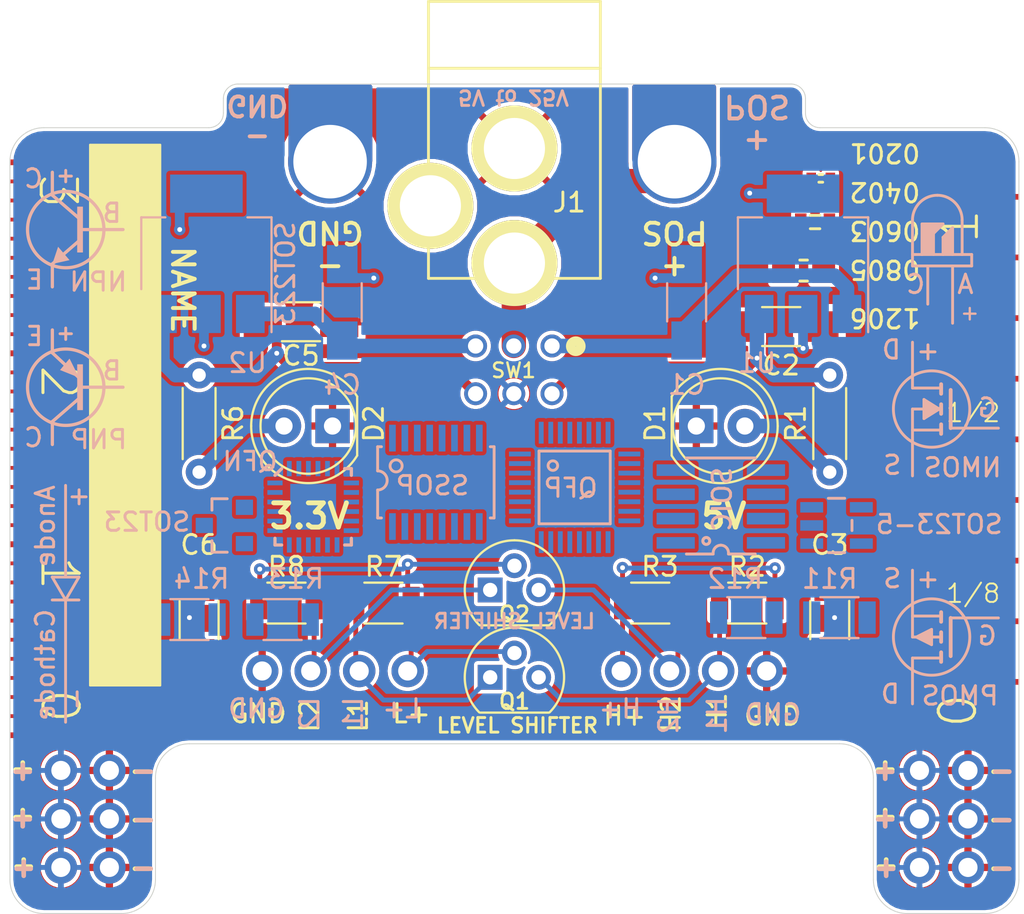
<source format=kicad_pcb>
(kicad_pcb (version 20171130) (host pcbnew "(5.1.0)-1")
  (layers (0 F.Cu signal) (31 B.Cu signal) (34 B.Paste user hide) (35 F.Paste user hide) (36 B.SilkS user) (37 F.SilkS user) (38 B.Mask user hide) (39 F.Mask user) (44 Edge.Cuts user))
  (net 0 "")
  (net 1 GND)
  (net 2 VCC)
  (net 3 "Net-(D1-Pad2)")
  (net 4 "Net-(D2-Pad2)")
  (net 5 HIGH)
  (net 6 HIGH_1)
  (net 7 HIGH_2)
  (net 8 LOW)
  (net 9 LOW_1)
  (net 10 LOW_2)
  (net 11 "Net-(C1-Pad1)")
  (net 12 "Net-(C4-Pad1)")
  (net 13 "Net-(R11-Pad1)")
  (net 14 "Net-(R11-Pad2)")
  (net 15 "Net-(R12-Pad1)")
  (net 16 "Net-(R12-Pad2)")
  (net 17 "Net-(R13-Pad1)")
  (net 18 "Net-(R13-Pad2)")
  (net 19 "Net-(R14-Pad1)")
  (net 20 "Net-(R14-Pad2)")
  (net 21 "Net-(C2-Pad1)")
  (net 22 "Net-(C5-Pad1)")
  (net 23 /VOUT)
  (module custom-footprints:EG2209 (layer F.Cu) (at 175.958 72.136 270)
    (fp_text reference SW1 (at 1.28016 2.01372) (layer F.SilkS) (effects (font (size 0.762 0.762) (thickness 0.127))))
    (fp_text value EG2209A hide)
    (pad 4 thru_hole circle (at 2.5 0 270) (size 1.2 1.2) (drill 0.8) (layers *.Cu *.Mask) (net 21 "Net-(C2-Pad1)"))
    (pad 5 thru_hole circle (at 2.5 2 270) (size 1.2 1.2) (drill 0.8) (layers *.Cu *.Mask) (net 23 /VOUT))
    (pad 6 thru_hole circle (at 2.5 4 270) (size 1.2 1.2) (drill 0.8) (layers *.Cu *.Mask) (net 22 "Net-(C5-Pad1)"))
    (pad 3 thru_hole circle (at 0 4 270) (size 1.2 1.2) (drill 0.8) (layers *.Cu *.Mask) (net 12 "Net-(C4-Pad1)"))
    (pad 2 thru_hole circle (at 0 2 270) (size 1.2 1.2) (drill 0.8) (layers *.Cu *.Mask) (net 2 VCC))
    (pad 1 thru_hole circle (at 0 0 270) (size 1.2 1.2) (drill 0.8) (layers *.Cu *.Mask) (net 11 "Net-(C1-Pad1)"))
  )
  (module custom-footprints:BARREL_JACK (layer F.Cu) (at 173.99 61.595 270)
    (fp_text reference J1 (at 3.0226 -2.8702) (layer F.SilkS))
    (fp_text value Barrel_Jack)
    (pad 1 thru_hole circle (at 6.2 0 270) (size 4.5 4.5) (drill 3.2) (layers *.Cu *.Mask F.SilkS) (net 2 VCC))
    (pad 2 thru_hole circle (at 0.2 0 270) (size 4.5 4.5) (drill 3.2) (layers *.Cu *.Mask F.SilkS) (net 1 GND))
    (pad 3 thru_hole circle (at 3.2 4.4 270) (size 4.5 4.5) (drill 3.2) (layers *.Cu *.Mask F.SilkS))
  )
  (module LEDs:LED_D5.0mm (layer F.Cu) (at 164.465 76.327 180)
    (fp_text reference D2 (at -2.159 0.127 270) (layer F.SilkS))
    (fp_text value LED)
    (pad 1 thru_hole rect (at 0 0 180) (size 1.8 1.8) (drill 0.9) (layers *.Cu *.Mask) (net 1 GND))
    (pad 2 thru_hole circle (at 2.54 0 180) (size 1.8 1.8) (drill 0.9) (layers *.Cu *.Mask) (net 4 "Net-(D2-Pad2)"))
  )
  (module Resistors_THT:R_Axial_DIN0204_L3.6mm_D1.6mm_P5.08mm_Horizontal (layer F.Cu) (at 190.5 78.74 90)
    (fp_text reference R1 (at 2.54 -1.778 90) (layer F.SilkS))
    (fp_text value 330)
    (pad 1 thru_hole circle (at 0 0 90) (size 1.4 1.4) (drill 0.7) (layers *.Cu *.Mask) (net 3 "Net-(D1-Pad2)"))
    (pad 2 thru_hole oval (at 5.08 0 90) (size 1.4 1.4) (drill 0.7) (layers *.Cu *.Mask) (net 21 "Net-(C2-Pad1)"))
  )
  (module Resistors_SMD:R_1206 (layer B.Cu) (at 156.972 86.4616 180)
    (fp_text reference R14 (at -0.635 2.1336 180) (layer B.SilkS) (effects (justify mirror)))
    (fp_text value 10k)
    (pad 1 smd rect (at -1.45 0 180) (size 0.9 1.7) (layers B.Cu B.Paste B.Mask) (net 19 "Net-(R14-Pad1)"))
    (pad 2 smd rect (at 1.45 0 180) (size 0.9 1.7) (layers B.Cu B.Paste B.Mask) (net 20 "Net-(R14-Pad2)"))
  )
  (module TSSOP16 (layer B.Cu) (at 169.82694 79.17594)
    (fp_text reference E$56 hide)
    (fp_text value "" hide)
    (pad 16 smd rect (at -2.225 2.415) (size 0.35 1.4) (layers B.Cu B.Paste B.Mask))
    (pad 15 smd rect (at -1.575 2.415) (size 0.35 1.4) (layers B.Cu B.Paste B.Mask))
    (pad 14 smd rect (at -0.925 2.415) (size 0.35 1.4) (layers B.Cu B.Paste B.Mask))
    (pad 13 smd rect (at -0.275 2.415) (size 0.35 1.4) (layers B.Cu B.Paste B.Mask))
    (pad 12 smd rect (at 0.375 2.415) (size 0.35 1.4) (layers B.Cu B.Paste B.Mask))
    (pad 11 smd rect (at 1.025 2.415) (size 0.35 1.4) (layers B.Cu B.Paste B.Mask))
    (pad 10 smd rect (at 1.675 2.415) (size 0.35 1.4) (layers B.Cu B.Paste B.Mask))
    (pad 9 smd rect (at 2.325 2.415) (size 0.35 1.4) (layers B.Cu B.Paste B.Mask))
    (pad 8 smd rect (at 2.325 -2.215) (size 0.35 1.4) (layers B.Cu B.Paste B.Mask))
    (pad 7 smd rect (at 1.675 -2.215) (size 0.35 1.4) (layers B.Cu B.Paste B.Mask))
    (pad 6 smd rect (at 1.025 -2.215) (size 0.35 1.4) (layers B.Cu B.Paste B.Mask))
    (pad 5 smd rect (at 0.375 -2.215) (size 0.35 1.4) (layers B.Cu B.Paste B.Mask))
    (pad 4 smd rect (at -0.275 -2.215) (size 0.35 1.4) (layers B.Cu B.Paste B.Mask))
    (pad 3 smd rect (at -0.925 -2.215) (size 0.35 1.4) (layers B.Cu B.Paste B.Mask))
    (pad 2 smd rect (at -1.575 -2.215) (size 0.35 1.4) (layers B.Cu B.Paste B.Mask))
    (pad 1 smd rect (at -2.225 -2.215) (size 0.35 1.4) (layers B.Cu B.Paste B.Mask))
  )
  (module SO08 (layer B.Cu) (at 184.7977 80.54086 90)
    (fp_text reference E$57 hide)
    (fp_text value "" hide)
    (pad 8 smd rect (at -1.905 2.3622 90) (size 0.6096 2) (layers B.Cu B.Paste B.Mask))
    (pad 7 smd rect (at -0.635 2.3622 90) (size 0.6096 2) (layers B.Cu B.Paste B.Mask))
    (pad 6 smd rect (at 0.635 2.3622 90) (size 0.6096 2) (layers B.Cu B.Paste B.Mask))
    (pad 5 smd rect (at 1.905 2.3622 90) (size 0.6096 2) (layers B.Cu B.Paste B.Mask))
    (pad 4 smd rect (at 1.905 -2.3622 90) (size 0.6096 2) (layers B.Cu B.Paste B.Mask))
    (pad 3 smd rect (at 0.635 -2.3622 90) (size 0.6096 2) (layers B.Cu B.Paste B.Mask))
    (pad 2 smd rect (at -0.635 -2.3622 90) (size 0.6096 2) (layers B.Cu B.Paste B.Mask))
    (pad 1 smd rect (at -1.905 -2.3622 90) (size 0.6096 2) (layers B.Cu B.Paste B.Mask))
  )
  (module TQFP32-5MM (layer B.Cu) (at 177.14214 79.54264 270)
    (fp_text reference E$58 hide)
    (fp_text value "" hide)
    (pad 32 smd rect (at -1.75 2.865) (size 1.143 0.254) (layers B.Cu B.Paste B.Mask))
    (pad 31 smd rect (at -1.25 2.865) (size 1.143 0.254) (layers B.Cu B.Paste B.Mask))
    (pad 30 smd rect (at -0.75 2.865) (size 1.143 0.254) (layers B.Cu B.Paste B.Mask))
    (pad 29 smd rect (at -0.25 2.865) (size 1.143 0.254) (layers B.Cu B.Paste B.Mask))
    (pad 28 smd rect (at 0.25 2.865) (size 1.143 0.254) (layers B.Cu B.Paste B.Mask))
    (pad 27 smd rect (at 0.75 2.865) (size 1.143 0.254) (layers B.Cu B.Paste B.Mask))
    (pad 26 smd rect (at 1.25 2.865) (size 1.143 0.254) (layers B.Cu B.Paste B.Mask))
    (pad 25 smd rect (at 1.75 2.865) (size 1.143 0.254) (layers B.Cu B.Paste B.Mask))
    (pad 24 smd rect (at 2.865 1.75 90) (size 1.143 0.254) (layers B.Cu B.Paste B.Mask))
    (pad 23 smd rect (at 2.865 1.25 90) (size 1.143 0.254) (layers B.Cu B.Paste B.Mask))
    (pad 22 smd rect (at 2.865 0.75 90) (size 1.143 0.254) (layers B.Cu B.Paste B.Mask))
    (pad 21 smd rect (at 2.865 0.25 90) (size 1.143 0.254) (layers B.Cu B.Paste B.Mask))
    (pad 20 smd rect (at 2.865 -0.25 90) (size 1.143 0.254) (layers B.Cu B.Paste B.Mask))
    (pad 19 smd rect (at 2.865 -0.75 90) (size 1.143 0.254) (layers B.Cu B.Paste B.Mask))
    (pad 18 smd rect (at 2.865 -1.25 90) (size 1.143 0.254) (layers B.Cu B.Paste B.Mask))
    (pad 17 smd rect (at 2.865 -1.75 90) (size 1.143 0.254) (layers B.Cu B.Paste B.Mask))
    (pad 16 smd rect (at 1.75 -2.865 180) (size 1.143 0.254) (layers B.Cu B.Paste B.Mask))
    (pad 15 smd rect (at 1.25 -2.865 180) (size 1.143 0.254) (layers B.Cu B.Paste B.Mask))
    (pad 14 smd rect (at 0.75 -2.865 180) (size 1.143 0.254) (layers B.Cu B.Paste B.Mask))
    (pad 13 smd rect (at 0.25 -2.865 180) (size 1.143 0.254) (layers B.Cu B.Paste B.Mask))
    (pad 12 smd rect (at -0.25 -2.865 180) (size 1.143 0.254) (layers B.Cu B.Paste B.Mask))
    (pad 11 smd rect (at -0.75 -2.865 180) (size 1.143 0.254) (layers B.Cu B.Paste B.Mask))
    (pad 10 smd rect (at -1.25 -2.865 180) (size 1.143 0.254) (layers B.Cu B.Paste B.Mask))
    (pad 9 smd rect (at -1.75 -2.865 180) (size 1.143 0.254) (layers B.Cu B.Paste B.Mask))
    (pad 8 smd rect (at -2.865 -1.75 270) (size 1.143 0.254) (layers B.Cu B.Paste B.Mask))
    (pad 7 smd rect (at -2.865 -1.25 270) (size 1.143 0.254) (layers B.Cu B.Paste B.Mask))
    (pad 6 smd rect (at -2.865 -0.75 270) (size 1.143 0.254) (layers B.Cu B.Paste B.Mask))
    (pad 5 smd rect (at -2.865 -0.25 270) (size 1.143 0.254) (layers B.Cu B.Paste B.Mask))
    (pad 4 smd rect (at -2.865 0.25 270) (size 1.143 0.254) (layers B.Cu B.Paste B.Mask))
    (pad 3 smd rect (at -2.865 0.75 270) (size 1.143 0.254) (layers B.Cu B.Paste B.Mask))
    (pad 2 smd rect (at -2.865 1.25 270) (size 1.143 0.254) (layers B.Cu B.Paste B.Mask))
    (pad 1 smd rect (at -2.865 1.75 270) (size 1.143 0.254) (layers B.Cu B.Paste B.Mask))
  )
  (module Package_TO_SOT_THT:TO-92 (layer F.Cu) (at 172.72 84.9122)
    (fp_text reference Q2 (at 1.27 1.266) (layer F.SilkS) (effects (font (size 0.8 0.8))))
    (fp_text value Q_NMOS_SGD)
    (pad 1 thru_hole rect (at 0 0 90) (size 1.3 1.3) (drill 0.75) (layers *.Cu *.Mask) (net 10 LOW_2))
    (pad 3 thru_hole circle (at 2.54 0 90) (size 1.3 1.3) (drill 0.75) (layers *.Cu *.Mask) (net 7 HIGH_2))
    (pad 2 thru_hole circle (at 1.27 -1.27 90) (size 1.3 1.3) (drill 0.75) (layers *.Cu *.Mask) (net 8 LOW))
  )
  (module Package_TO_SOT_THT:TO-92 (layer F.Cu) (at 172.72 89.4842)
    (fp_text reference Q1 (at 1.27 1.266) (layer F.SilkS) (effects (font (size 0.8 0.8))))
    (fp_text value Q_NMOS_SGD)
    (pad 1 thru_hole rect (at 0 0 90) (size 1.3 1.3) (drill 0.75) (layers *.Cu *.Mask) (net 9 LOW_1))
    (pad 3 thru_hole circle (at 2.54 0 90) (size 1.3 1.3) (drill 0.75) (layers *.Cu *.Mask) (net 6 HIGH_1))
    (pad 2 thru_hole circle (at 1.27 -1.27 90) (size 1.3 1.3) (drill 0.75) (layers *.Cu *.Mask) (net 8 LOW))
  )
  (module Connector_PinHeader_2.54mm:PinHeader_2x04_P2.54mm_Vertical (layer F.Cu) (at 150.241 91.821)
    (fp_text reference J2 hide)
    (fp_text value Conn_02x04_Odd_Even)
    (pad 8 thru_hole oval (at 2.54 7.62) (size 1.7 1.7) (drill 1) (layers *.Cu *.Mask) (net 1 GND))
    (pad 7 thru_hole oval (at 0 7.62) (size 1.7 1.7) (drill 1) (layers *.Cu *.Mask) (net 23 /VOUT))
    (pad 6 thru_hole oval (at 2.54 5.08) (size 1.7 1.7) (drill 1) (layers *.Cu *.Mask) (net 1 GND))
    (pad 5 thru_hole oval (at 0 5.08) (size 1.7 1.7) (drill 1) (layers *.Cu *.Mask) (net 23 /VOUT))
    (pad 4 thru_hole oval (at 2.54 2.54) (size 1.7 1.7) (drill 1) (layers *.Cu *.Mask) (net 1 GND))
    (pad 3 thru_hole oval (at 0 2.54) (size 1.7 1.7) (drill 1) (layers *.Cu *.Mask) (net 23 /VOUT))
  )
  (module Connector_PinHeader_2.54mm:PinHeader_2x04_P2.54mm_Vertical (layer F.Cu) (at 195.199 91.821)
    (fp_text reference J3 hide)
    (fp_text value Conn_02x04_Odd_Even)
    (pad 8 thru_hole oval (at 2.54 7.62) (size 1.7 1.7) (drill 1) (layers *.Cu *.Mask) (net 1 GND))
    (pad 7 thru_hole oval (at 0 7.62) (size 1.7 1.7) (drill 1) (layers *.Cu *.Mask) (net 23 /VOUT))
    (pad 6 thru_hole oval (at 2.54 5.08) (size 1.7 1.7) (drill 1) (layers *.Cu *.Mask) (net 1 GND))
    (pad 5 thru_hole oval (at 0 5.08) (size 1.7 1.7) (drill 1) (layers *.Cu *.Mask) (net 23 /VOUT))
    (pad 4 thru_hole oval (at 2.54 2.54) (size 1.7 1.7) (drill 1) (layers *.Cu *.Mask) (net 1 GND))
    (pad 3 thru_hole oval (at 0 2.54) (size 1.7 1.7) (drill 1) (layers *.Cu *.Mask) (net 23 /VOUT))
  )
  (module Pin_Headers:Pin_Header_Straight_1x04_Pitch2.54mm (layer F.Cu) (at 179.578 89.154 90)
    (fp_text reference J4 hide)
    (fp_text value Conn_01x04)
    (pad 1 thru_hole oval (at 0 0 90) (size 1.7 1.7) (drill 1) (layers *.Cu *.Mask) (net 5 HIGH))
    (pad 2 thru_hole oval (at 0 2.54 90) (size 1.7 1.7) (drill 1) (layers *.Cu *.Mask) (net 7 HIGH_2))
    (pad 3 thru_hole oval (at 0 5.08 90) (size 1.7 1.7) (drill 1) (layers *.Cu *.Mask) (net 6 HIGH_1))
    (pad 4 thru_hole oval (at 0 7.62 90) (size 1.7 1.7) (drill 1) (layers *.Cu *.Mask) (net 1 GND))
  )
  (module Pin_Headers:Pin_Header_Straight_1x04_Pitch2.54mm (layer F.Cu) (at 168.402 89.154 270)
    (fp_text reference J5 hide)
    (fp_text value Conn_01x04)
    (pad 1 thru_hole oval (at 0 0 270) (size 1.7 1.7) (drill 1) (layers *.Cu *.Mask) (net 8 LOW))
    (pad 2 thru_hole oval (at 0 2.54 270) (size 1.7 1.7) (drill 1) (layers *.Cu *.Mask) (net 9 LOW_1))
    (pad 3 thru_hole oval (at 0 5.08 270) (size 1.7 1.7) (drill 1) (layers *.Cu *.Mask) (net 10 LOW_2))
    (pad 4 thru_hole oval (at 0 7.62 270) (size 1.7 1.7) (drill 1) (layers *.Cu *.Mask) (net 1 GND))
  )
  (module LED-GUIDE (layer B.Cu) (at 195.834 67.945 180)
    (fp_text reference E$53 hide)
    (fp_text value "" hide)
    (fp_text user A (at -2.286 -1.524 180) (layer B.SilkS) (effects (font (size 0.9652 0.9652) (thickness 0.1524)) (justify left bottom mirror)))
    (fp_text user C (at 0.254 -1.524 180) (layer B.SilkS) (effects (font (size 0.9652 0.9652) (thickness 0.1524)) (justify left bottom mirror)))
  )
  (module NMOS-SYMB (layer B.Cu) (at 195.834 75.438 180)
    (fp_text reference E$50 hide)
    (fp_text value "" hide)
    (fp_text user NMOS (at 0.5 -2.5 180) (layer B.SilkS) (effects (font (size 0.9652 0.9652) (thickness 0.1524)) (justify right top mirror)))
    (fp_text user + (at -0.508 2.5 180) (layer B.SilkS) (effects (font (size 0.9652 0.9652) (thickness 0.1524)) (justify left bottom mirror)))
    (fp_text user S (at 1.5 -3.5 180) (layer B.SilkS) (effects (font (size 0.9652 0.9652) (thickness 0.1524)) (justify left bottom mirror)))
    (fp_text user G (at -3.5 -0.5 180) (layer B.SilkS) (effects (font (size 0.9652 0.9652) (thickness 0.1524)) (justify left bottom mirror)))
    (fp_text user D (at 1.524 2.54 180) (layer B.SilkS) (effects (font (size 0.9652 0.9652) (thickness 0.1524)) (justify left bottom mirror)))
  )
  (module PMOS-SYMB (layer B.Cu) (at 195.834 87.376 180)
    (fp_text reference E$51 hide)
    (fp_text value "" hide)
    (fp_text user PMOS (at -3.58902 -3.64236 180) (layer B.SilkS) (effects (font (size 0.9652 0.9652) (thickness 0.1524)) (justify left bottom mirror)))
    (fp_text user + (at -0.508 2.5 180) (layer B.SilkS) (effects (font (size 0.9652 0.9652) (thickness 0.1524)) (justify left bottom mirror)))
    (fp_text user S (at 1.5 2.5 180) (layer B.SilkS) (effects (font (size 0.9652 0.9652) (thickness 0.1524)) (justify left bottom mirror)))
    (fp_text user G (at -3.5 -0.5 180) (layer B.SilkS) (effects (font (size 0.9652 0.9652) (thickness 0.1524)) (justify left bottom mirror)))
    (fp_text user D (at 1.58 -3.548 180) (layer B.SilkS) (effects (font (size 0.9652 0.9652) (thickness 0.1524)) (justify left bottom mirror)))
  )
  (module EDGE-INCHES-EIGTH (layer F.Cu) (at 200.4314 64.3255 270)
    (fp_text reference E$18 hide)
    (fp_text value "" hide)
    (fp_poly (pts (xy -0.15 3.5) (xy 0.15 3.5) (xy 0.15 0) (xy -0.15 0)) (layer F.Cu) (width 0))
    (fp_poly (pts (xy 3.025 1.5) (xy 3.325 1.5) (xy 3.325 0) (xy 3.025 0)) (layer F.Cu) (width 0))
    (fp_poly (pts (xy 6.2 1.5) (xy 6.5 1.5) (xy 6.5 0) (xy 6.2 0)) (layer F.Cu) (width 0))
    (fp_poly (pts (xy 9.375 1.5) (xy 9.675 1.5) (xy 9.675 0) (xy 9.375 0)) (layer F.Cu) (width 0))
    (fp_poly (pts (xy 12.55 2.5) (xy 12.85 2.5) (xy 12.85 0) (xy 12.55 0)) (layer F.Cu) (width 0))
    (fp_poly (pts (xy 15.725 1.5) (xy 16.025 1.5) (xy 16.025 0) (xy 15.725 0)) (layer F.Cu) (width 0))
    (fp_poly (pts (xy 18.9 1.5) (xy 19.2 1.5) (xy 19.2 0) (xy 18.9 0)) (layer F.Cu) (width 0))
    (fp_poly (pts (xy 22.075 1.5) (xy 22.375 1.5) (xy 22.375 0) (xy 22.075 0)) (layer F.Cu) (width 0))
    (fp_poly (pts (xy 25.25 3.5) (xy 25.55 3.5) (xy 25.55 0) (xy 25.25 0)) (layer F.Cu) (width 0))
  )
  (module EDGE-MILLIMETERS (layer F.Cu) (at 147.5486 72.51818 270)
    (fp_text reference E$4 hide)
    (fp_text value "" hide)
    (fp_poly (pts (xy -0.15 0) (xy 0.15 0) (xy 0.15 -3) (xy -0.15 -3)) (layer F.Cu) (width 0))
    (fp_poly (pts (xy 0.9 0) (xy 1.1 0) (xy 1.1 -1) (xy 0.9 -1)) (layer F.Cu) (width 0))
    (fp_poly (pts (xy 1.9 0) (xy 2.1 0) (xy 2.1 -1) (xy 1.9 -1)) (layer F.Cu) (width 0))
    (fp_poly (pts (xy 2.9 0) (xy 3.1 0) (xy 3.1 -1) (xy 2.9 -1)) (layer F.Cu) (width 0))
    (fp_poly (pts (xy 4.9 0) (xy 5.1 0) (xy 5.1 -2) (xy 4.9 -2)) (layer F.Cu) (width 0))
    (fp_poly (pts (xy 3.9 0) (xy 4.1 0) (xy 4.1 -1) (xy 3.9 -1)) (layer F.Cu) (width 0))
    (fp_poly (pts (xy 5.9 0) (xy 6.1 0) (xy 6.1 -1) (xy 5.9 -1)) (layer F.Cu) (width 0))
    (fp_poly (pts (xy 6.9 0) (xy 7.1 0) (xy 7.1 -1) (xy 6.9 -1)) (layer F.Cu) (width 0))
    (fp_poly (pts (xy 7.9 0) (xy 8.1 0) (xy 8.1 -1) (xy 7.9 -1)) (layer F.Cu) (width 0))
    (fp_poly (pts (xy 8.9 0) (xy 9.1 0) (xy 9.1 -1) (xy 8.9 -1)) (layer F.Cu) (width 0))
    (fp_poly (pts (xy 9.85 0) (xy 10.15 0) (xy 10.15 -3) (xy 9.85 -3)) (layer F.Cu) (width 0))
  )
  (module EDGE-MILLIMETERS (layer F.Cu) (at 147.5486 82.51818 270)
    (fp_text reference E$5 hide)
    (fp_text value "" hide)
    (fp_poly (pts (xy -0.15 0) (xy 0.15 0) (xy 0.15 -3) (xy -0.15 -3)) (layer F.Cu) (width 0))
    (fp_poly (pts (xy 0.9 0) (xy 1.1 0) (xy 1.1 -1) (xy 0.9 -1)) (layer F.Cu) (width 0))
    (fp_poly (pts (xy 1.9 0) (xy 2.1 0) (xy 2.1 -1) (xy 1.9 -1)) (layer F.Cu) (width 0))
    (fp_poly (pts (xy 2.9 0) (xy 3.1 0) (xy 3.1 -1) (xy 2.9 -1)) (layer F.Cu) (width 0))
    (fp_poly (pts (xy 4.9 0) (xy 5.1 0) (xy 5.1 -2) (xy 4.9 -2)) (layer F.Cu) (width 0))
    (fp_poly (pts (xy 3.9 0) (xy 4.1 0) (xy 4.1 -1) (xy 3.9 -1)) (layer F.Cu) (width 0))
    (fp_poly (pts (xy 5.9 0) (xy 6.1 0) (xy 6.1 -1) (xy 5.9 -1)) (layer F.Cu) (width 0))
    (fp_poly (pts (xy 6.9 0) (xy 7.1 0) (xy 7.1 -1) (xy 6.9 -1)) (layer F.Cu) (width 0))
    (fp_poly (pts (xy 7.9 0) (xy 8.1 0) (xy 8.1 -1) (xy 7.9 -1)) (layer F.Cu) (width 0))
    (fp_poly (pts (xy 8.9 0) (xy 9.1 0) (xy 9.1 -1) (xy 8.9 -1)) (layer F.Cu) (width 0))
    (fp_poly (pts (xy 9.85 0) (xy 10.15 0) (xy 10.15 -3) (xy 9.85 -3)) (layer F.Cu) (width 0))
  )
  (module EDGE-MILLIMETERS (layer F.Cu) (at 147.5486 62.51818 270)
    (fp_text reference E$3 hide)
    (fp_text value "" hide)
    (fp_poly (pts (xy -0.15 0) (xy 0.15 0) (xy 0.15 -3) (xy -0.15 -3)) (layer F.Cu) (width 0))
    (fp_poly (pts (xy 0.9 0) (xy 1.1 0) (xy 1.1 -1) (xy 0.9 -1)) (layer F.Cu) (width 0))
    (fp_poly (pts (xy 1.9 0) (xy 2.1 0) (xy 2.1 -1) (xy 1.9 -1)) (layer F.Cu) (width 0))
    (fp_poly (pts (xy 2.9 0) (xy 3.1 0) (xy 3.1 -1) (xy 2.9 -1)) (layer F.Cu) (width 0))
    (fp_poly (pts (xy 4.9 0) (xy 5.1 0) (xy 5.1 -2) (xy 4.9 -2)) (layer F.Cu) (width 0))
    (fp_poly (pts (xy 3.9 0) (xy 4.1 0) (xy 4.1 -1) (xy 3.9 -1)) (layer F.Cu) (width 0))
    (fp_poly (pts (xy 5.9 0) (xy 6.1 0) (xy 6.1 -1) (xy 5.9 -1)) (layer F.Cu) (width 0))
    (fp_poly (pts (xy 6.9 0) (xy 7.1 0) (xy 7.1 -1) (xy 6.9 -1)) (layer F.Cu) (width 0))
    (fp_poly (pts (xy 7.9 0) (xy 8.1 0) (xy 8.1 -1) (xy 7.9 -1)) (layer F.Cu) (width 0))
    (fp_poly (pts (xy 8.9 0) (xy 9.1 0) (xy 9.1 -1) (xy 8.9 -1)) (layer F.Cu) (width 0))
    (fp_poly (pts (xy 9.85 0) (xy 10.15 0) (xy 10.15 -3) (xy 9.85 -3)) (layer F.Cu) (width 0))
  )
  (module 0805 (layer F.Cu) (at 189.13266 68.1863)
    (fp_text reference E$25 hide)
    (fp_text value "" hide)
    (pad 2 smd rect (at 1.05 0) (size 1.2 1.3) (layers F.Cu F.Paste F.Mask))
    (pad 1 smd rect (at -1.05 0) (size 1.2 1.3) (layers F.Cu F.Paste F.Mask))
  )
  (module SOT23-5 (layer B.Cu) (at 190.8556 81.534 90)
    (fp_text reference E$33 hide)
    (fp_text value "" hide)
    (pad 5 smd rect (at -0.95 1.3001 90) (size 0.55 1.2) (layers B.Cu B.Paste B.Mask))
    (pad 4 smd rect (at 0.95 1.3001 90) (size 0.55 1.2) (layers B.Cu B.Paste B.Mask))
    (pad 3 smd rect (at 0.95 -1.3001 90) (size 0.55 1.2) (layers B.Cu B.Paste B.Mask))
    (pad 2 smd rect (at 0 -1.3001 90) (size 0.55 1.2) (layers B.Cu B.Paste B.Mask))
    (pad 1 smd rect (at -0.95 -1.3001 90) (size 0.55 1.2) (layers B.Cu B.Paste B.Mask))
  )
  (module SOT23-3 (layer B.Cu) (at 158.8516 81.534 270)
    (fp_text reference E$34 hide)
    (fp_text value "" hide)
    (pad 1 smd rect (at -0.95 -1 270) (size 0.8 0.9) (layers B.Cu B.Paste B.Mask))
    (pad 2 smd rect (at 0.95 -1 270) (size 0.8 0.9) (layers B.Cu B.Paste B.Mask))
    (pad 3 smd rect (at 0 1.1 270) (size 0.8 0.9) (layers B.Cu B.Paste B.Mask))
  )
  (module DIODE-SYMB (layer B.Cu) (at 149.987 84.836 270)
    (fp_text reference E$52 hide)
    (fp_text value "" hide)
    (fp_text user - (at 5.08 -1.6 270) (layer B.SilkS) (effects (font (size 0.9652 0.9652) (thickness 0.1524)) (justify left bottom mirror)))
    (fp_text user + (at -5.5 -1.7 270) (layer B.SilkS) (effects (font (size 0.9652 0.9652) (thickness 0.1524)) (justify left bottom mirror)))
    (fp_text user "Anode   Cathode" (at -5.5 0 270) (layer B.SilkS) (effects (font (size 0.9652 0.9652) (thickness 0.1524)) (justify left bottom mirror)))
  )
  (module NPN-SYMB (layer B.Cu) (at 150.495 66.04 180)
    (fp_text reference E$54 hide)
    (fp_text value "" hide)
    (fp_text user NPN (at -3.302 -3.302 180) (layer B.SilkS) (effects (font (size 0.9652 0.9652) (thickness 0.1524)) (justify left bottom mirror)))
    (fp_text user B (at -3 0.3 180) (layer B.SilkS) (effects (font (size 0.9652 0.9652) (thickness 0.1524)) (justify left bottom mirror)))
    (fp_text user C (at 1.1 2.1 180) (layer B.SilkS) (effects (font (size 0.9652 0.9652) (thickness 0.1524)) (justify left bottom mirror)))
    (fp_text user E (at 1.1 -3.2 180) (layer B.SilkS) (effects (font (size 0.9652 0.9652) (thickness 0.1524)) (justify left bottom mirror)))
  )
  (module QFN-24 (layer B.Cu) (at 163.45154 80.5561 270)
    (fp_text reference E$55 hide)
    (fp_text value "" hide)
    (fp_poly (pts (xy -1.2 -1.2) (xy 1.2 -1.2) (xy 1.2 1.2) (xy -1.2 1.2)) (layer B.Cu) (width 0))
    (pad 24 smd rect (at -1.25 2) (size 0.8 0.25) (layers B.Cu B.Paste B.Mask))
    (pad 23 smd rect (at -0.75 2) (size 0.8 0.25) (layers B.Cu B.Paste B.Mask))
    (pad 22 smd rect (at -0.25 2) (size 0.8 0.25) (layers B.Cu B.Paste B.Mask))
    (pad 21 smd rect (at 0.25 2) (size 0.8 0.25) (layers B.Cu B.Paste B.Mask))
    (pad 20 smd rect (at 0.75 2) (size 0.8 0.25) (layers B.Cu B.Paste B.Mask))
    (pad 19 smd rect (at 1.25 2) (size 0.8 0.25) (layers B.Cu B.Paste B.Mask))
    (pad 18 smd rect (at 2 1.25 270) (size 0.8 0.25) (layers B.Cu B.Paste B.Mask))
    (pad 17 smd rect (at 2 0.75 270) (size 0.8 0.25) (layers B.Cu B.Paste B.Mask))
    (pad 16 smd rect (at 2 0.25 270) (size 0.8 0.25) (layers B.Cu B.Paste B.Mask))
    (pad 15 smd rect (at 2 -0.25 270) (size 0.8 0.25) (layers B.Cu B.Paste B.Mask))
    (pad 14 smd rect (at 2 -0.75 270) (size 0.8 0.25) (layers B.Cu B.Paste B.Mask))
    (pad 13 smd rect (at 2 -1.25 270) (size 0.8 0.25) (layers B.Cu B.Paste B.Mask))
    (pad 12 smd rect (at 1.25 -2 180) (size 0.8 0.25) (layers B.Cu B.Paste B.Mask))
    (pad 11 smd rect (at 0.75 -2 180) (size 0.8 0.25) (layers B.Cu B.Paste B.Mask))
    (pad 10 smd rect (at 0.25 -2 180) (size 0.8 0.25) (layers B.Cu B.Paste B.Mask))
    (pad 9 smd rect (at -0.25 -2 180) (size 0.8 0.25) (layers B.Cu B.Paste B.Mask))
    (pad 8 smd rect (at -0.75 -2 180) (size 0.8 0.25) (layers B.Cu B.Paste B.Mask))
    (pad 7 smd rect (at -1.25 -2 180) (size 0.8 0.25) (layers B.Cu B.Paste B.Mask))
    (pad 6 smd rect (at -2 -1.25 90) (size 0.8 0.25) (layers B.Cu B.Paste B.Mask))
    (pad 5 smd rect (at -2 -0.75 90) (size 0.8 0.25) (layers B.Cu B.Paste B.Mask))
    (pad 4 smd rect (at -2 -0.25 90) (size 0.8 0.25) (layers B.Cu B.Paste B.Mask))
    (pad 3 smd rect (at -2 0.25 90) (size 0.8 0.25) (layers B.Cu B.Paste B.Mask))
    (pad 2 smd rect (at -2 0.75 90) (size 0.8 0.25) (layers B.Cu B.Paste B.Mask))
    (pad 1 smd rect (at -2 1.25 90) (size 0.8 0.25) (layers B.Cu B.Paste B.Mask))
  )
  (module PNP-SYMB (layer B.Cu) (at 150.495 74.295 180)
    (fp_text reference E$59 hide)
    (fp_text value "" hide)
    (fp_text user PNP (at -3.302 -3.302 180) (layer B.SilkS) (effects (font (size 0.9652 0.9652) (thickness 0.1524)) (justify left bottom mirror)))
    (fp_text user B (at -3 0.3 180) (layer B.SilkS) (effects (font (size 0.9652 0.9652) (thickness 0.1524)) (justify left bottom mirror)))
    (fp_text user E (at 1.1 2.1 180) (layer B.SilkS) (effects (font (size 0.9652 0.9652) (thickness 0.1524)) (justify left bottom mirror)))
    (fp_text user C (at 1.1 -3.2 180) (layer B.SilkS) (effects (font (size 0.9652 0.9652) (thickness 0.1524)) (justify left bottom mirror)))
  )
  (module 0201 (layer F.Cu) (at 190.33266 61.722)
    (fp_text reference E$60 hide)
    (fp_text value "" hide)
    (pad P$2 smd rect (at 0.3 0) (size 0.3 0.3) (layers F.Cu F.Paste F.Mask))
    (pad P$1 smd rect (at -0.3 0) (size 0.3 0.3) (layers F.Cu F.Paste F.Mask))
  )
  (module 0402 (layer F.Cu) (at 190.03266 63.3603)
    (fp_text reference E$61 hide)
    (fp_text value "" hide)
    (pad 2 smd rect (at 0.5 0) (size 0.5 0.6) (layers F.Cu F.Paste F.Mask))
    (pad 1 smd rect (at -0.5 0) (size 0.5 0.6) (layers F.Cu F.Paste F.Mask))
  )
  (module 0603 (layer F.Cu) (at 189.73266 65.6463)
    (fp_text reference E$62 hide)
    (fp_text value "" hide)
    (pad 2 smd rect (at 0.75 0) (size 0.6 0.9) (layers F.Cu F.Paste F.Mask))
    (pad 1 smd rect (at -0.75 0) (size 0.6 0.9) (layers F.Cu F.Paste F.Mask))
  )
  (module Resistors_SMD:R_1206 (layer B.Cu) (at 161.8488 86.4616 180)
    (fp_text reference R13 (at -0.7112 2.1336 180) (layer B.SilkS) (effects (justify mirror)))
    (fp_text value 10k)
    (pad 1 smd rect (at -1.45 0 180) (size 0.9 1.7) (layers B.Cu B.Paste B.Mask) (net 17 "Net-(R13-Pad1)"))
    (pad 2 smd rect (at 1.45 0 180) (size 0.9 1.7) (layers B.Cu B.Paste B.Mask) (net 18 "Net-(R13-Pad2)"))
  )
  (module Resistors_SMD:R_1206 (layer B.Cu) (at 186.1312 86.36 180)
    (fp_text reference R12 (at 0.5842 2.032 180) (layer B.SilkS) (effects (justify mirror)))
    (fp_text value 10k)
    (pad 1 smd rect (at -1.45 0 180) (size 0.9 1.7) (layers B.Cu B.Paste B.Mask) (net 15 "Net-(R12-Pad1)"))
    (pad 2 smd rect (at 1.45 0 180) (size 0.9 1.7) (layers B.Cu B.Paste B.Mask) (net 16 "Net-(R12-Pad2)"))
  )
  (module Resistors_SMD:R_1206 (layer B.Cu) (at 191.008 86.36 180)
    (fp_text reference R11 (at 0.508 2.032 180) (layer B.SilkS) (effects (justify mirror)))
    (fp_text value 10k)
    (pad 1 smd rect (at -1.45 0 180) (size 0.9 1.7) (layers B.Cu B.Paste B.Mask) (net 13 "Net-(R11-Pad1)"))
    (pad 2 smd rect (at 1.45 0 180) (size 0.9 1.7) (layers B.Cu B.Paste B.Mask) (net 14 "Net-(R11-Pad2)"))
  )
  (module Mounting_Holes:MountingHole_2.2mm_M2_Pad (layer F.Cu) (at 164.338 62.484)
    (fp_text reference H2 hide)
    (fp_text value MountingHole_Pad hide)
    (pad 1 thru_hole circle (at 0 0) (size 4.4 4.4) (drill 3.85) (layers *.Cu *.Mask) (net 1 GND))
  )
  (module Mounting_Holes:MountingHole_2.2mm_M2_Pad (layer F.Cu) (at 182.372 62.484)
    (fp_text reference H1 hide)
    (fp_text value MountingHole_Pad hide)
    (pad 1 thru_hole circle (at 0 0) (size 4.4 4.4) (drill 3.85) (layers *.Cu *.Mask) (net 2 VCC))
  )
  (module Capacitors_SMD:C_1206_HandSoldering (layer F.Cu) (at 190.5 86.487 90)
    (fp_text reference C3 (at 3.937 0 180) (layer F.SilkS))
    (fp_text value 0.1uF)
    (pad 1 smd rect (at -2 0 90) (size 2 1.6) (layers F.Cu F.Paste F.Mask) (net 1 GND))
    (pad 2 smd rect (at 2 0 90) (size 2 1.6) (layers F.Cu F.Paste F.Mask) (net 23 /VOUT))
  )
  (module Capacitors_SMD:C_1206_HandSoldering (layer F.Cu) (at 157.48 86.487 90)
    (fp_text reference C6 (at 3.937 0 180) (layer F.SilkS))
    (fp_text value 0.1uF)
    (pad 1 smd rect (at -2 0 90) (size 2 1.6) (layers F.Cu F.Paste F.Mask) (net 1 GND))
    (pad 2 smd rect (at 2 0 90) (size 2 1.6) (layers F.Cu F.Paste F.Mask) (net 23 /VOUT))
  )
  (module Resistors_THT:R_Axial_DIN0204_L3.6mm_D1.6mm_P5.08mm_Horizontal (layer F.Cu) (at 157.48 73.66 270)
    (fp_text reference R6 (at 2.54 -1.778 270) (layer F.SilkS))
    (fp_text value 330)
    (pad 1 thru_hole circle (at 0 0 270) (size 1.4 1.4) (drill 0.7) (layers *.Cu *.Mask) (net 22 "Net-(C5-Pad1)"))
    (pad 2 thru_hole oval (at 5.08 0 270) (size 1.4 1.4) (drill 0.7) (layers *.Cu *.Mask) (net 4 "Net-(D2-Pad2)"))
  )
  (module Capacitors_SMD:C_1206_HandSoldering (layer F.Cu) (at 162.814 70.866)
    (fp_text reference C5 (at 0 1.778 180) (layer F.SilkS))
    (fp_text value 0.1uF)
    (pad 1 smd rect (at -2 0) (size 2 1.6) (layers F.Cu F.Paste F.Mask) (net 22 "Net-(C5-Pad1)"))
    (pad 2 smd rect (at 2 0) (size 2 1.6) (layers F.Cu F.Paste F.Mask) (net 1 GND))
  )
  (module Capacitors_SMD:C_1206_HandSoldering (layer B.Cu) (at 164.973 69.85 90)
    (fp_text reference C4 (at -4.318 0 180) (layer B.SilkS) (effects (justify mirror)))
    (fp_text value 0.22uF)
    (pad 1 smd rect (at -2 0 90) (size 2 1.6) (layers B.Cu B.Paste B.Mask) (net 12 "Net-(C4-Pad1)"))
    (pad 2 smd rect (at 2 0 90) (size 2 1.6) (layers B.Cu B.Paste B.Mask) (net 1 GND))
  )
  (module Capacitors_SMD:C_1206_HandSoldering (layer F.Cu) (at 187.96 71.12)
    (fp_text reference C2 (at 0 2.032) (layer F.SilkS))
    (fp_text value 0.1uF)
    (pad 1 smd rect (at -2 0) (size 2 1.6) (layers F.Cu F.Paste F.Mask) (net 21 "Net-(C2-Pad1)"))
    (pad 2 smd rect (at 2 0) (size 2 1.6) (layers F.Cu F.Paste F.Mask) (net 1 GND))
  )
  (module Capacitors_SMD:C_1206_HandSoldering (layer B.Cu) (at 183.007 69.85 90)
    (fp_text reference C1 (at -4.318 0 -180) (layer B.SilkS) (effects (justify mirror)))
    (fp_text value 0.22uF)
    (pad 1 smd rect (at -2 0 90) (size 2 1.6) (layers B.Cu B.Paste B.Mask) (net 11 "Net-(C1-Pad1)"))
    (pad 2 smd rect (at 2 0 90) (size 2 1.6) (layers B.Cu B.Paste B.Mask) (net 1 GND))
  )
  (module TO_SOT_Packages_SMD:SOT-223-3_TabPin2 (layer B.Cu) (at 157.861 67.31 90)
    (fp_text reference U2 (at -5.715 2.159 180) (layer B.SilkS) (effects (justify mirror)))
    (fp_text value LM2937)
    (pad 2 smd rect (at 3.15 0 90) (size 2 3.8) (layers B.Cu B.Paste B.Mask) (net 1 GND))
    (pad 2 smd rect (at -3.15 0 90) (size 2 1.5) (layers B.Cu B.Paste B.Mask) (net 1 GND))
    (pad 3 smd rect (at -3.15 -2.3 90) (size 2 1.5) (layers B.Cu B.Paste B.Mask) (net 22 "Net-(C5-Pad1)"))
    (pad 1 smd rect (at -3.15 2.3 90) (size 2 1.5) (layers B.Cu B.Paste B.Mask) (net 12 "Net-(C4-Pad1)"))
  )
  (module TO_SOT_Packages_SMD:SOT-223-3_TabPin2 (layer B.Cu) (at 189.103 67.31 90)
    (fp_text reference U1 (at -5.715 -2.413 180) (layer B.SilkS) (effects (justify mirror)))
    (fp_text value LM340)
    (pad 2 smd rect (at 3.15 0 90) (size 2 3.8) (layers B.Cu B.Paste B.Mask) (net 1 GND))
    (pad 2 smd rect (at -3.15 0 90) (size 2 1.5) (layers B.Cu B.Paste B.Mask) (net 1 GND))
    (pad 3 smd rect (at -3.15 -2.3 90) (size 2 1.5) (layers B.Cu B.Paste B.Mask) (net 21 "Net-(C2-Pad1)"))
    (pad 1 smd rect (at -3.15 2.3 90) (size 2 1.5) (layers B.Cu B.Paste B.Mask) (net 11 "Net-(C1-Pad1)"))
  )
  (module Resistors_SMD:R_1206 (layer F.Cu) (at 181.102 85.598)
    (fp_text reference R3 (at 0.508 -1.905 -180) (layer F.SilkS))
    (fp_text value 10k)
    (pad 1 smd rect (at -1.45 0) (size 0.9 1.7) (layers F.Cu F.Paste F.Mask) (net 5 HIGH))
    (pad 2 smd rect (at 1.45 0) (size 0.9 1.7) (layers F.Cu F.Paste F.Mask) (net 7 HIGH_2))
  )
  (module Resistors_SMD:R_1206 (layer F.Cu) (at 162.052 85.598)
    (fp_text reference R8 (at 0 -1.905 -180) (layer F.SilkS))
    (fp_text value 10k)
    (pad 1 smd rect (at -1.45 0) (size 0.9 1.7) (layers F.Cu F.Paste F.Mask) (net 8 LOW))
    (pad 2 smd rect (at 1.45 0) (size 0.9 1.7) (layers F.Cu F.Paste F.Mask) (net 10 LOW_2))
  )
  (module Resistors_SMD:R_1206 (layer F.Cu) (at 186.182 85.598 180)
    (fp_text reference R2 (at 0 1.905) (layer F.SilkS))
    (fp_text value 10k)
    (pad 1 smd rect (at -1.45 0 180) (size 0.9 1.7) (layers F.Cu F.Paste F.Mask) (net 5 HIGH))
    (pad 2 smd rect (at 1.45 0 180) (size 0.9 1.7) (layers F.Cu F.Paste F.Mask) (net 6 HIGH_1))
  )
  (module Resistors_SMD:R_1206 (layer F.Cu) (at 167.132 85.598 180)
    (fp_text reference R7 (at 0 1.905) (layer F.SilkS))
    (fp_text value 10k)
    (pad 1 smd rect (at -1.45 0 180) (size 0.9 1.7) (layers F.Cu F.Paste F.Mask) (net 8 LOW))
    (pad 2 smd rect (at 1.45 0 180) (size 0.9 1.7) (layers F.Cu F.Paste F.Mask) (net 9 LOW_1))
  )
  (module LEDs:LED_D5.0mm (layer F.Cu) (at 183.515 76.327)
    (fp_text reference D1 (at -2.159 -0.127 90) (layer F.SilkS))
    (fp_text value LED)
    (pad 1 thru_hole rect (at 0 0) (size 1.8 1.8) (drill 0.9) (layers *.Cu *.Mask) (net 1 GND))
    (pad 2 thru_hole circle (at 2.54 0) (size 1.8 1.8) (drill 0.9) (layers *.Cu *.Mask) (net 3 "Net-(D1-Pad2)"))
  )
  (module LOGO (layer F.Cu) (at 173.355 78.232)
    (fp_text reference G*** hide)
    (fp_text value LOGO hide)
  )
  (module LOGO (layer F.Cu) (at 158.496 63.5 270)
    (fp_text reference G*** hide)
    (fp_text value LOGO hide)
  )
  (gr_circle (center 177.2031 72.1487) (end 177.21072 72.1487) (layer F.SilkS) (width 0.508))
  (gr_text - (at 200.2028 93.9292 180) (layer F.SilkS) (effects (font (size 0.9652 0.9652) (thickness 0.2413)) (justify left bottom)))
  (gr_text - (at 200.2028 99.0092 180) (layer F.SilkS) (effects (font (size 0.9652 0.9652) (thickness 0.2413)) (justify left bottom)))
  (gr_text - (at 198.7804 99.0092 180) (layer B.SilkS) (effects (font (size 0.9652 0.9652) (thickness 0.2413)) (justify left bottom mirror)))
  (gr_text - (at 200.2028 96.4692 180) (layer F.SilkS) (effects (font (size 0.9652 0.9652) (thickness 0.2413)) (justify left bottom)))
  (gr_text - (at 198.7804 93.9292 180) (layer B.SilkS) (effects (font (size 0.9652 0.9652) (thickness 0.2413)) (justify left bottom mirror)))
  (gr_text - (at 198.7804 96.4692 180) (layer B.SilkS) (effects (font (size 0.9652 0.9652) (thickness 0.2413)) (justify left bottom mirror)))
  (gr_line (start 198.628 101.854) (end 194.564 101.854) (layer Edge.Cuts) (width 0.05))
  (gr_text + (at 193.9036 97.5614 90) (layer F.SilkS) (effects (font (size 0.9652 0.9652) (thickness 0.2413)) (justify left bottom)))
  (gr_text + (at 193.9036 93.6752 90) (layer B.SilkS) (effects (font (size 0.9652 0.9652) (thickness 0.2413)) (justify left bottom mirror)))
  (gr_text + (at 193.9036 96.1644 90) (layer B.SilkS) (effects (font (size 0.9652 0.9652) (thickness 0.2413)) (justify left bottom mirror)))
  (gr_text + (at 193.9544 98.7552 90) (layer B.SilkS) (effects (font (size 0.9652 0.9652) (thickness 0.2413)) (justify left bottom mirror)))
  (gr_text + (at 193.9036 95.0722 90) (layer F.SilkS) (effects (font (size 0.9652 0.9652) (thickness 0.2413)) (justify left bottom)))
  (gr_text + (at 193.9544 100.1522 90) (layer F.SilkS) (effects (font (size 0.9652 0.9652) (thickness 0.2413)) (justify left bottom)))
  (gr_text - (at 155.2448 93.9292 180) (layer F.SilkS) (effects (font (size 0.9652 0.9652) (thickness 0.2413)) (justify left bottom)))
  (gr_text - (at 155.2448 96.4692 180) (layer F.SilkS) (effects (font (size 0.9652 0.9652) (thickness 0.2413)) (justify left bottom)))
  (gr_text - (at 155.2448 99.0092 180) (layer F.SilkS) (effects (font (size 0.9652 0.9652) (thickness 0.2413)) (justify left bottom)))
  (gr_text + (at 148.7424 95.0722 90) (layer F.SilkS) (effects (font (size 0.9652 0.9652) (thickness 0.2413)) (justify left bottom)))
  (gr_text + (at 148.7424 93.6752 90) (layer B.SilkS) (effects (font (size 0.9652 0.9652) (thickness 0.2413)) (justify left bottom mirror)))
  (gr_text + (at 148.7424 97.5614 90) (layer F.SilkS) (effects (font (size 0.9652 0.9652) (thickness 0.2413)) (justify left bottom)))
  (gr_text + (at 148.7424 96.1644 90) (layer B.SilkS) (effects (font (size 0.9652 0.9652) (thickness 0.2413)) (justify left bottom mirror)))
  (gr_text + (at 148.7932 100.1522 90) (layer F.SilkS) (effects (font (size 0.9652 0.9652) (thickness 0.2413)) (justify left bottom)))
  (gr_text + (at 148.7932 98.7552 90) (layer B.SilkS) (effects (font (size 0.9652 0.9652) (thickness 0.2413)) (justify left bottom mirror)))
  (gr_text - (at 153.8224 93.9292 180) (layer B.SilkS) (effects (font (size 0.9652 0.9652) (thickness 0.2413)) (justify left bottom mirror)))
  (gr_text - (at 153.8224 96.4692 180) (layer B.SilkS) (effects (font (size 0.9652 0.9652) (thickness 0.2413)) (justify left bottom mirror)))
  (gr_text - (at 153.8224 99.0092 180) (layer B.SilkS) (effects (font (size 0.9652 0.9652) (thickness 0.2413)) (justify left bottom mirror)))
  (gr_poly (pts (xy 155.448 61.595) (xy 151.765 61.595) (xy 151.765 89.916) (xy 155.448 89.916)) (layer F.SilkS) (width 0.1))
  (gr_line (start 189.23 59.944) (end 189.23 59.182) (layer Edge.Cuts) (width 0.05))
  (gr_arc (start 159.512 59.182) (end 158.75 59.182) (angle 90) (layer Edge.Cuts) (width 0.05))
  (gr_arc (start 157.988 59.944) (end 158.75 59.944) (angle 90) (layer Edge.Cuts) (width 0.05))
  (gr_arc (start 189.992 59.944) (end 189.23 59.944) (angle -90) (layer Edge.Cuts) (width 0.05))
  (gr_arc (start 188.468 59.182) (end 189.23 59.182) (angle -90) (layer Edge.Cuts) (width 0.05))
  (gr_line (start 158.75 59.944) (end 158.75 59.182) (layer Edge.Cuts) (width 0.05))
  (gr_line (start 188.468 58.42) (end 159.512 58.42) (layer Edge.Cuts) (width 0.05))
  (gr_line (start 189.992 60.706) (end 198.628 60.706) (layer Edge.Cuts) (width 0.05))
  (gr_line (start 157.988 60.706) (end 149.352 60.706) (layer Edge.Cuts) (width 0.05))
  (gr_text "+\nPOS" (at 186.69 58.928 180) (layer B.SilkS) (effects (font (size 1.143 1.143) (thickness 0.2032)) (justify bottom mirror)))
  (gr_text "-\nGND" (at 160.528 58.928 180) (layer B.SilkS) (effects (font (size 1.05 1.05) (thickness 0.2032)) (justify bottom mirror)))
  (gr_text "5V to 25V" (at 173.9392 58.674 180) (layer B.SilkS) (effects (font (size 0.762 0.762) (thickness 0.1524)) (justify bottom mirror)))
  (gr_line (start 153.416 101.854) (end 149.352 101.854) (layer Edge.Cuts) (width 0.05))
  (gr_text SOT23-5 (at 199.644 82.042) (layer B.SilkS) (effects (font (size 0.9652 0.9652) (thickness 0.1524)) (justify left bottom mirror)))
  (gr_line (start 192.786 100.076) (end 192.786 94.742) (layer Edge.Cuts) (width 0.05))
  (gr_arc (start 191.008 94.742) (end 192.786 94.742) (angle -90) (layer Edge.Cuts) (width 0.05))
  (gr_arc (start 194.564 100.076) (end 192.786 100.076) (angle -90) (layer Edge.Cuts) (width 0.05))
  (gr_line (start 156.972 92.964) (end 191.008 92.964) (layer Edge.Cuts) (width 0.05))
  (gr_arc (start 156.972 94.742) (end 156.972 92.964) (angle -90) (layer Edge.Cuts) (width 0.05))
  (gr_line (start 155.194 100.076) (end 155.194 94.742) (layer Edge.Cuts) (width 0.05))
  (gr_arc (start 153.416 100.076) (end 153.416 101.854) (angle -90) (layer Edge.Cuts) (width 0.05))
  (gr_text L1 (at 166.37 92.456 90) (layer F.SilkS) (effects (font (size 0.9652 0.9652) (thickness 0.1524)) (justify left bottom)))
  (gr_text L1 (at 166.116 90.424 90) (layer B.SilkS) (effects (font (size 0.9652 0.9652) (thickness 0.1524)) (justify left bottom mirror)))
  (gr_text "LEVEL SHIFTER" (at 173.99 86.995) (layer B.SilkS) (effects (font (size 0.762 0.762) (thickness 0.1524)) (justify bottom mirror)))
  (gr_text H+ (at 180.721 91.694) (layer B.SilkS) (effects (font (size 0.9652 0.9652) (thickness 0.1524)) (justify left bottom mirror)))
  (gr_text GND (at 162.052 91.694) (layer B.SilkS) (effects (font (size 0.9652 0.9652) (thickness 0.1524)) (justify left bottom mirror)))
  (gr_text H2 (at 182.626 90.424 90) (layer B.SilkS) (effects (font (size 0.9652 0.9652) (thickness 0.1524)) (justify left bottom mirror)))
  (gr_text GND (at 189.103 91.948) (layer B.SilkS) (effects (font (size 0.9652 0.9652) (thickness 0.1524)) (justify left bottom mirror)))
  (gr_text L+ (at 169.164 91.694) (layer B.SilkS) (effects (font (size 0.9652 0.9652) (thickness 0.1524)) (justify left bottom mirror)))
  (gr_text H1 (at 185.166 90.424 90) (layer B.SilkS) (effects (font (size 0.9652 0.9652) (thickness 0.1524)) (justify left bottom mirror)))
  (gr_text L2 (at 163.83 90.424 90) (layer B.SilkS) (effects (font (size 0.9652 0.9652) (thickness 0.1524)) (justify left bottom mirror)))
  (gr_text "LEVEL SHIFTER" (at 174.1424 92.456) (layer F.SilkS) (effects (font (size 0.762 0.762) (thickness 0.1524)) (justify bottom)))
  (gr_text L+ (at 167.513 91.948) (layer F.SilkS) (effects (font (size 0.9652 0.9652) (thickness 0.1524)) (justify left bottom)))
  (gr_text GND (at 159.004 91.948) (layer F.SilkS) (effects (font (size 0.9652 0.9652) (thickness 0.1524)) (justify left bottom)))
  (gr_text GND (at 185.928 92.075) (layer F.SilkS) (effects (font (size 0.9652 0.9652) (thickness 0.1524)) (justify left bottom)))
  (gr_text H+ (at 178.562 92.075) (layer F.SilkS) (effects (font (size 0.9652 0.9652) (thickness 0.1524)) (justify left bottom)))
  (gr_arc (start 149.352 62.484) (end 149.352 60.706) (angle -90) (layer Edge.Cuts) (width 0.05))
  (gr_arc (start 198.628 62.484) (end 200.406 62.484) (angle -90) (layer Edge.Cuts) (width 0.05))
  (gr_arc (start 198.628 100.076) (end 198.628 101.854) (angle -90) (layer Edge.Cuts) (width 0.05))
  (gr_arc (start 149.352 100.076) (end 147.574 100.076) (angle -90) (layer Edge.Cuts) (width 0.05))
  (gr_line (start 147.574 62.484) (end 147.574 100.076) (layer Edge.Cuts) (width 0.05))
  (gr_line (start 200.406 100.076) (end 200.406 62.484) (layer Edge.Cuts) (width 0.05))
  (gr_text 5V (at 183.642 81.788) (layer F.SilkS) (effects (font (size 1.27 1.27) (thickness 0.254)) (justify left bottom)))
  (gr_text 3.3V (at 161.036 81.788) (layer F.SilkS) (effects (font (size 1.27 1.27) (thickness 0.254)) (justify left bottom)))
  (gr_text "-\nGND" (at 164.338 65.532 180) (layer F.SilkS) (effects (font (size 1.143 1.143) (thickness 0.2032)) (justify bottom)))
  (gr_text "+\nPOS" (at 182.372 65.532 180) (layer F.SilkS) (effects (font (size 1.143 1.143) (thickness 0.2032)) (justify bottom)))
  (gr_text NAME (at 155.956 66.802 270) (layer F.SilkS) (effects (font (size 1.143 1.143) (thickness 0.2032)) (justify left bottom)))
  (gr_text L2 (at 163.83 92.456 90) (layer F.SilkS) (effects (font (size 0.9652 0.9652) (thickness 0.1524)) (justify left bottom)))
  (gr_text H2 (at 182.753 92.456 90) (layer F.SilkS) (effects (font (size 0.9652 0.9652) (thickness 0.1524)) (justify left bottom)))
  (gr_text H1 (at 185.166 92.329 90) (layer F.SilkS) (effects (font (size 0.9652 0.9652) (thickness 0.1524)) (justify left bottom)))
  (gr_text SOT223 (at 162.56 65.532 90) (layer B.SilkS) (effects (font (size 0.9652 0.9652) (thickness 0.1524)) (justify left bottom mirror)))
  (gr_text 1206 (at 195.326 70.104 180) (layer F.SilkS) (effects (font (size 0.9652 0.9652) (thickness 0.1524)) (justify left bottom)))
  (gr_text 0201 (at 195.326 61.468 180) (layer F.SilkS) (effects (font (size 0.9652 0.9652) (thickness 0.1524)) (justify left bottom)))
  (gr_text 0805 (at 195.326 67.564 180) (layer F.SilkS) (effects (font (size 0.9652 0.9652) (thickness 0.1524)) (justify left bottom)))
  (gr_text 0402 (at 195.326 63.5 180) (layer F.SilkS) (effects (font (size 0.9652 0.9652) (thickness 0.1524)) (justify left bottom)))
  (gr_text 3 (at 148.971 63.02102 270) (layer F.SilkS) (effects (font (size 1.9 1.9) (thickness 0.16)) (justify left bottom)))
  (gr_text 1 (at 149.06142 83.02394 270) (layer F.SilkS) (effects (font (size 1.9 1.9) (thickness 0.16)) (justify left bottom)))
  (gr_text 2 (at 149.06142 73.02394 270) (layer F.SilkS) (effects (font (size 1.9 1.9) (thickness 0.16)) (justify left bottom)))
  (gr_text 0 (at 149.06142 89.97594 270) (layer F.SilkS) (effects (font (size 1.9 1.9) (thickness 0.16)) (justify left bottom)))
  (gr_text 1/2 (at 199.50176 75.0697) (layer F.SilkS) (effects (font (size 0.9652 0.9652) (thickness 0.1016)) (justify right top)))
  (gr_text 1/8 (at 199.50176 84.5312) (layer F.SilkS) (effects (font (size 0.9652 0.9652) (thickness 0.1016)) (justify right top)))
  (gr_text 0 (at 198.32472 92.24924 90) (layer F.SilkS) (effects (font (size 1.9 1.9) (thickness 0.16)) (justify left bottom)))
  (gr_text 1 (at 198.41972 66.88074 90) (layer F.SilkS) (effects (font (size 1.9 1.9) (thickness 0.16)) (justify left bottom)))
  (gr_text 0603 (at 195.326 65.532 180) (layer F.SilkS) (effects (font (size 0.9652 0.9652) (thickness 0.1524)) (justify left bottom)))
  (gr_text SOT23 (at 157.099 81.915) (layer B.SilkS) (effects (font (size 0.9652 0.9652) (thickness 0.1524)) (justify left bottom mirror)))
  (gr_text SSOP (at 171.704 80.01) (layer B.SilkS) (effects (font (size 0.9652 0.9652) (thickness 0.1524)) (justify left bottom mirror)))
  (gr_text SOIC (at 185.4327 78.3844 90) (layer B.SilkS) (effects (font (size 0.9652 0.9652) (thickness 0.1524)) (justify left bottom mirror)))
  (gr_text QFP (at 178.435 80.137) (layer B.SilkS) (effects (font (size 0.9652 0.9652) (thickness 0.1524)) (justify left bottom mirror)))
  (gr_text QFN (at 161.671 78.74) (layer B.SilkS) (effects (font (size 0.9652 0.9652) (thickness 0.1524)) (justify left bottom mirror)))
  (segment (start 147.32 99.695) (end 147.32 98.425) (width 0.25) (layer Edge.Cuts) (net 0))
  (segment (start 192.4812 99.695) (end 192.4812 98.425) (width 0.25) (layer Edge.Cuts) (net 0))
  (segment (start 152.781 94.361) (end 153.924 94.361) (width 0.25) (layer F.Cu) (net 1))
  (segment (start 152.781 94.361) (end 151.638 94.361) (width 0.25) (layer F.Cu) (net 1))
  (segment (start 152.781 96.901) (end 153.924 96.901) (width 0.25) (layer F.Cu) (net 1))
  (segment (start 152.781 96.901) (end 151.638 96.901) (width 0.25) (layer F.Cu) (net 1))
  (via (at 186.309 64.135) (size 0.6096) (drill 0.254) (layers F.Cu B.Cu) (net 1))
  (segment (start 189.103 64.16) (end 186.334 64.16) (width 0.508) (layer B.Cu) (net 1))
  (segment (start 186.334 64.16) (end 186.309 64.135) (width 0.508) (layer B.Cu) (net 1))
  (segment (start 152.781 99.441) (end 153.924 99.441) (width 0.25) (layer F.Cu) (net 1))
  (segment (start 152.781 99.441) (end 151.638 99.441) (width 0.25) (layer F.Cu) (net 1))
  (via (at 157.734 72.136) (size 0.6096) (drill 0.254) (layers F.Cu B.Cu) (net 1))
  (segment (start 157.734 70.587) (end 157.734 72.136) (width 0.508) (layer B.Cu) (net 1))
  (segment (start 157.861 70.46) (end 157.734 70.587) (width 0.508) (layer B.Cu) (net 1))
  (via (at 156.464 66.04) (size 0.6096) (drill 0.254) (layers F.Cu B.Cu) (net 1))
  (segment (start 156.464 64.262) (end 156.464 66.04) (width 0.508) (layer B.Cu) (net 1))
  (segment (start 157.861 64.16) (end 156.566 64.16) (width 0.508) (layer B.Cu) (net 1))
  (segment (start 156.566 64.16) (end 156.464 64.262) (width 0.508) (layer B.Cu) (net 1))
  (via (at 166.624 68.58) (size 0.6096) (drill 0.254) (layers F.Cu B.Cu) (net 1))
  (segment (start 165.703 68.58) (end 166.624 68.58) (width 0.508) (layer B.Cu) (net 1))
  (segment (start 164.973 67.85) (end 165.703 68.58) (width 0.508) (layer B.Cu) (net 1))
  (via (at 181.356 68.58) (size 0.6096) (drill 0.254) (layers F.Cu B.Cu) (net 1))
  (segment (start 182.88 68.58) (end 181.356 68.58) (width 0.508) (layer B.Cu) (net 1))
  (segment (start 183.007 67.85) (end 183.007 68.453) (width 0.508) (layer B.Cu) (net 1))
  (segment (start 183.007 68.453) (end 182.88 68.58) (width 0.508) (layer B.Cu) (net 1))
  (segment (start 189.103 72.263) (end 189.103 70.46) (width 0.508) (layer B.Cu) (net 1))
  (via (at 189.103 72.263) (size 0.6096) (drill 0.254) (layers F.Cu B.Cu) (net 1))
  (segment (start 178.285 63.5) (end 173.99 67.795) (width 1.27) (layer F.Cu) (net 2))
  (segment (start 182.372 62.484) (end 181.356 63.5) (width 1.27) (layer F.Cu) (net 2))
  (segment (start 181.356 63.5) (end 178.285 63.5) (width 1.27) (layer F.Cu) (net 2))
  (segment (start 173.958 67.954) (end 173.99 67.922) (width 1.27) (layer F.Cu) (net 2))
  (segment (start 173.958 72.136) (end 173.958 67.954) (width 1.27) (layer F.Cu) (net 2))
  (segment (start 188.087 76.327) (end 186.055 76.327) (width 0.762) (layer B.Cu) (net 3))
  (segment (start 190.5 78.74) (end 188.087 76.327) (width 0.762) (layer B.Cu) (net 3))
  (segment (start 159.893 76.327) (end 161.925 76.327) (width 0.762) (layer B.Cu) (net 4))
  (segment (start 157.48 78.74) (end 159.893 76.327) (width 0.762) (layer B.Cu) (net 4))
  (segment (start 179.906 88.974) (end 180.086 89.154) (width 0.254) (layer F.Cu) (net 5))
  (segment (start 179.652 85.344) (end 179.652 88.974) (width 0.254) (layer F.Cu) (net 5))
  (via (at 179.652 83.746) (size 0.6096) (drill 0.254) (layers F.Cu B.Cu) (net 5))
  (segment (start 179.652 83.746) (end 179.652 85.344) (width 0.254) (layer F.Cu) (net 5))
  (via (at 187.632 83.767) (size 0.6096) (drill 0.254) (layers F.Cu B.Cu) (net 5))
  (segment (start 187.632 83.767) (end 187.632 85.344) (width 0.254) (layer F.Cu) (net 5))
  (segment (start 187.632 83.767) (end 179.927 83.767) (width 0.254) (layer B.Cu) (net 5))
  (segment (start 184.986 88.974) (end 185.166 89.154) (width 0.254) (layer F.Cu) (net 6))
  (segment (start 184.732 85.344) (end 184.732 88.974) (width 0.254) (layer F.Cu) (net 6))
  (segment (start 183.134 90.678) (end 184.658 89.154) (width 0.254) (layer B.Cu) (net 6))
  (segment (start 175.26 89.4842) (end 176.4538 90.678) (width 0.254) (layer B.Cu) (net 6))
  (segment (start 176.4538 90.678) (end 183.134 90.678) (width 0.254) (layer B.Cu) (net 6))
  (segment (start 182.552 85.344) (end 182.552 88.974) (width 0.254) (layer F.Cu) (net 7))
  (segment (start 182.806 88.974) (end 182.626 89.154) (width 0.254) (layer F.Cu) (net 7))
  (segment (start 175.26 84.9122) (end 178.1302 84.9122) (width 0.254) (layer B.Cu) (net 7))
  (segment (start 178.1302 84.9122) (end 182.118 88.9) (width 0.254) (layer B.Cu) (net 7))
  (segment (start 182.118 88.9) (end 182.118 89.154) (width 0.254) (layer B.Cu) (net 7))
  (segment (start 168.582 88.974) (end 168.402 89.154) (width 0.254) (layer F.Cu) (net 8))
  (segment (start 168.582 85.598) (end 168.582 88.974) (width 0.254) (layer F.Cu) (net 8))
  (segment (start 173.9138 88.138) (end 173.99 88.2142) (width 0.25) (layer B.Cu) (net 8))
  (segment (start 171.196 88.138) (end 173.9138 88.138) (width 0.25) (layer B.Cu) (net 8))
  (segment (start 169.418 88.138) (end 171.196 88.138) (width 0.254) (layer B.Cu) (net 8))
  (segment (start 168.402 89.154) (end 169.418 88.138) (width 0.254) (layer B.Cu) (net 8))
  (via (at 160.65503 83.82) (size 0.6096) (drill 0.254) (layers F.Cu B.Cu) (net 8))
  (segment (start 160.782 85.524) (end 160.65503 85.39703) (width 0.254) (layer F.Cu) (net 8))
  (segment (start 160.65503 85.39703) (end 160.65503 84.251052) (width 0.254) (layer F.Cu) (net 8))
  (segment (start 160.65503 84.251052) (end 160.65503 83.82) (width 0.254) (layer F.Cu) (net 8))
  (via (at 168.402 83.566) (size 0.6096) (drill 0.254) (layers F.Cu B.Cu) (net 8))
  (segment (start 168.402 85.418) (end 168.582 85.598) (width 0.254) (layer F.Cu) (net 8))
  (segment (start 168.402 83.566) (end 168.402 85.418) (width 0.254) (layer F.Cu) (net 8))
  (segment (start 173.9138 83.566) (end 173.99 83.6422) (width 0.254) (layer B.Cu) (net 8))
  (segment (start 168.402 83.566) (end 173.9138 83.566) (width 0.254) (layer B.Cu) (net 8))
  (segment (start 160.65503 83.82) (end 168.148 83.82) (width 0.254) (layer B.Cu) (net 8))
  (segment (start 168.148 83.82) (end 168.402 83.566) (width 0.254) (layer B.Cu) (net 8))
  (segment (start 165.682 88.974) (end 165.862 89.154) (width 0.254) (layer F.Cu) (net 9))
  (segment (start 165.682 85.598) (end 165.682 88.974) (width 0.254) (layer F.Cu) (net 9))
  (segment (start 165.862 89.408) (end 165.862 89.154) (width 0.254) (layer B.Cu) (net 9))
  (segment (start 167.132 90.678) (end 165.862 89.408) (width 0.254) (layer B.Cu) (net 9))
  (segment (start 172.72 89.4842) (end 171.5262 90.678) (width 0.254) (layer B.Cu) (net 9))
  (segment (start 171.5262 90.678) (end 167.132 90.678) (width 0.254) (layer B.Cu) (net 9))
  (segment (start 163.502 88.974) (end 163.322 89.154) (width 0.254) (layer F.Cu) (net 10))
  (segment (start 163.502 85.598) (end 163.502 88.974) (width 0.254) (layer F.Cu) (net 10))
  (segment (start 172.72 84.9122) (end 167.5638 84.9122) (width 0.254) (layer B.Cu) (net 10))
  (segment (start 167.5638 84.9122) (end 163.322 89.154) (width 0.254) (layer B.Cu) (net 10))
  (segment (start 191.403 69.102) (end 190.754 68.453) (width 0.762) (layer B.Cu) (net 11))
  (segment (start 191.403 70.46) (end 191.403 69.102) (width 0.762) (layer B.Cu) (net 11))
  (segment (start 190.754 68.453) (end 185.674 68.453) (width 0.762) (layer B.Cu) (net 11))
  (segment (start 175.958 72.136) (end 182.721 72.136) (width 0.762) (layer B.Cu) (net 11))
  (segment (start 182.721 72.136) (end 183.007 71.85) (width 0.762) (layer B.Cu) (net 11))
  (segment (start 183.007 71.12) (end 183.007 71.85) (width 0.762) (layer B.Cu) (net 11))
  (segment (start 185.674 68.453) (end 183.007 71.12) (width 0.762) (layer B.Cu) (net 11))
  (segment (start 164.973 71.85) (end 164.941 71.85) (width 0.762) (layer B.Cu) (net 12))
  (segment (start 163.551 70.46) (end 160.161 70.46) (width 0.762) (layer B.Cu) (net 12))
  (segment (start 164.941 71.85) (end 163.551 70.46) (width 0.762) (layer B.Cu) (net 12))
  (segment (start 165.259 72.136) (end 164.973 71.85) (width 0.762) (layer B.Cu) (net 12))
  (segment (start 171.958 72.136) (end 165.259 72.136) (width 0.762) (layer B.Cu) (net 12))
  (via (at 186.69 72.771) (size 0.6096) (drill 0.254) (layers F.Cu B.Cu) (net 21))
  (segment (start 186.69 71.501) (end 186.69 72.771) (width 0.508) (layer F.Cu) (net 21))
  (segment (start 185.96 71.12) (end 186.309 71.12) (width 0.508) (layer F.Cu) (net 21))
  (segment (start 186.309 71.12) (end 186.69 71.501) (width 0.508) (layer F.Cu) (net 21))
  (segment (start 171.958 74.636) (end 171.958 74.95032) (width 0.508) (layer F.Cu) (net 22))
  (segment (start 187.579 73.66) (end 186.69 72.771) (width 0.762) (layer B.Cu) (net 21))
  (segment (start 190.5 73.66) (end 187.579 73.66) (width 0.762) (layer B.Cu) (net 21))
  (segment (start 186.69 70.573) (end 186.803 70.46) (width 0.762) (layer B.Cu) (net 21))
  (segment (start 186.69 72.771) (end 186.69 70.573) (width 0.762) (layer B.Cu) (net 21))
  (segment (start 160.814 70.866) (end 161.544 71.596) (width 0.508) (layer F.Cu) (net 22))
  (segment (start 161.544 71.596) (end 161.544 72.517) (width 0.508) (layer F.Cu) (net 22))
  (via (at 161.544 72.517) (size 0.6096) (drill 0.254) (layers F.Cu B.Cu) (net 22))
  (segment (start 175.958 74.636) (end 175.958 74.48246) (width 0.508) (layer F.Cu) (net 21))
  (segment (start 186.2582 73.2028) (end 186.69 72.771) (width 0.508) (layer F.Cu) (net 21))
  (segment (start 175.958 74.636) (end 177.3912 73.2028) (width 0.508) (layer F.Cu) (net 21))
  (segment (start 177.3912 73.2028) (end 186.2582 73.2028) (width 0.508) (layer F.Cu) (net 21))
  (segment (start 160.401 73.66) (end 157.48 73.66) (width 0.762) (layer B.Cu) (net 22))
  (segment (start 161.544 72.517) (end 160.401 73.66) (width 0.762) (layer B.Cu) (net 22))
  (segment (start 155.561 72.97544) (end 155.561 70.46) (width 0.762) (layer B.Cu) (net 22))
  (segment (start 157.48 73.66) (end 156.24556 73.66) (width 0.762) (layer B.Cu) (net 22))
  (segment (start 156.24556 73.66) (end 155.561 72.97544) (width 0.762) (layer B.Cu) (net 22))
  (segment (start 162.2552 73.2282) (end 161.544 72.517) (width 0.508) (layer F.Cu) (net 22))
  (segment (start 171.958 74.636) (end 170.5502 73.2282) (width 0.508) (layer F.Cu) (net 22))
  (segment (start 170.5502 73.2282) (end 162.2552 73.2282) (width 0.508) (layer F.Cu) (net 22))
  (segment (start 150.241 96.901) (end 151.511 96.901) (width 0.254) (layer B.Cu) (net 23))
  (segment (start 150.241 99.441) (end 151.384 99.441) (width 0.254) (layer B.Cu) (net 23))
  (segment (start 150.241 99.441) (end 148.971 99.441) (width 0.254) (layer B.Cu) (net 23))
  (segment (start 150.241 96.901) (end 148.59 96.901) (width 0.254) (layer B.Cu) (net 23))
  (segment (start 195.199 96.901) (end 193.9544 96.901) (width 0.25) (layer B.Cu) (net 23))
  (segment (start 195.199 99.441) (end 193.9544 99.441) (width 0.25) (layer B.Cu) (net 23))
  (segment (start 195.199 99.441) (end 196.3928 99.441) (width 0.25) (layer B.Cu) (net 23))
  (segment (start 195.199 96.901) (end 196.3928 96.901) (width 0.25) (layer B.Cu) (net 23))
  (segment (start 150.241 94.361) (end 148.971 94.361) (width 0.254) (layer B.Cu) (net 23))
  (segment (start 150.241 94.361) (end 151.384 94.361) (width 0.254) (layer B.Cu) (net 23))
  (segment (start 195.199 94.361) (end 193.9544 94.361) (width 0.25) (layer B.Cu) (net 23))
  (segment (start 195.199 94.361) (end 196.3928 94.361) (width 0.25) (layer B.Cu) (net 23))
  (via (at 156.972 86.359988) (size 0.6096) (drill 0.254) (layers F.Cu B.Cu) (net 23))
  (segment (start 156.972 85.09) (end 156.972 86.359988) (width 0.254) (layer F.Cu) (net 23))
  (segment (start 157.48 84.487) (end 157.48 84.582) (width 0.254) (layer F.Cu) (net 23))
  (segment (start 157.48 84.582) (end 156.972 85.09) (width 0.254) (layer F.Cu) (net 23))
  (via (at 190.75403 86.36) (size 0.6096) (drill 0.254) (layers F.Cu B.Cu) (net 23))
  (segment (start 190.754 86.35997) (end 190.75403 86.36) (width 0.254) (layer F.Cu) (net 23))
  (segment (start 190.5 84.487) (end 190.754 84.741) (width 0.254) (layer F.Cu) (net 23))
  (segment (start 190.754 84.741) (end 190.754 86.35997) (width 0.254) (layer F.Cu) (net 23))
  (zone (net 1) (net_name GND) (layer F.Cu) (connect_pads (clearance 0.2032)) (min_thickness 0.127) (fill yes (arc_segments 32) (thermal_gap 0.381) (thermal_bridge_width 0.381))
    (polygon (pts (xy 200.66 101.854) (xy 147.32 101.854) (xy 147.32 58.42) (xy 200.66 58.42)))
  )
  (zone (net 1) (net_name GND) (layer F.Cu) (connect_pads yes (clearance 0)) (min_thickness 0.254) (fill yes (arc_segments 32) (thermal_gap 1) (thermal_bridge_width 1))
    (polygon (pts (xy 162.1536 62.5602) (xy 162.1536 58.381679) (xy 166.5478 58.42) (xy 166.5478 62.5602) (xy 164.3126 62.5602)))
  )
  (zone (net 2) (net_name VCC) (layer F.Cu) (priority 18) (connect_pads yes (clearance 0)) (min_thickness 0.254) (fill yes (arc_segments 32) (thermal_gap 1) (thermal_bridge_width 1))
    (polygon (pts (xy 180.157911 62.477465) (xy 180.157911 58.3692) (xy 184.552111 58.375144) (xy 184.552111 62.515344) (xy 182.316911 62.515344)))
  )
  (zone (net 2) (net_name VCC) (layer B.Cu) (priority 5) (connect_pads yes (clearance 0)) (min_thickness 0.254) (fill yes (arc_segments 32) (thermal_gap 1) (thermal_bridge_width 1))
    (polygon (pts (xy 184.54878 62.507302) (xy 184.54878 58.36666) (xy 180.15712 58.3692) (xy 180.15458 62.545181) (xy 182.38978 62.545181)))
  )
  (zone (net 1) (net_name GND) (layer B.Cu) (priority 5) (connect_pads yes (clearance 0)) (min_thickness 0.254) (fill yes (arc_segments 32) (thermal_gap 1) (thermal_bridge_width 1))
    (polygon (pts (xy 166.55288 62.552801) (xy 166.55288 58.412159) (xy 162.15868 58.45048) (xy 162.15868 62.59068) (xy 164.39388 62.59068)))
  )
  (zone (net 23) (net_name /VOUT) (layer B.Cu) (connect_pads (clearance 0.1524)) (min_thickness 0.127) (fill yes (arc_segments 32) (thermal_gap 0.254) (thermal_bridge_width 0.3048))
    (polygon (pts (xy 147.35175 101.854) (xy 147.32 58.42) (xy 200.5965 58.42) (xy 200.62825 101.854)))
  )
)
</source>
